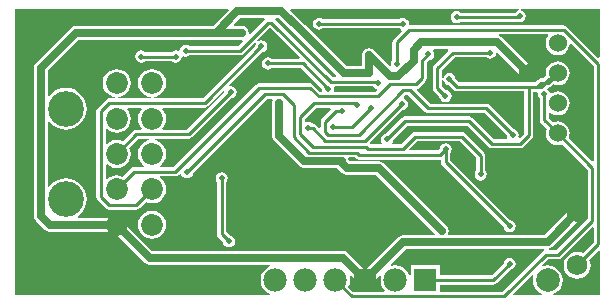
<source format=gbl>
G04 Layer_Physical_Order=2*
G04 Layer_Color=16711680*
%FSLAX25Y25*%
%MOIN*%
G70*
G01*
G75*
%ADD17C,0.06000*%
%ADD21C,0.01000*%
%ADD25C,0.02500*%
%ADD27C,0.07874*%
%ADD28C,0.06890*%
%ADD29R,0.07800X0.07800*%
%ADD30C,0.07800*%
%ADD31C,0.07284*%
%ADD32C,0.11929*%
%ADD33C,0.02000*%
G36*
X347047Y340036D02*
X346961Y339600D01*
X347116Y338820D01*
X347471Y338289D01*
Y331000D01*
X347587Y330415D01*
X347919Y329919D01*
X349805Y328032D01*
X349603Y327544D01*
X349465Y326500D01*
X349603Y325456D01*
X350006Y324483D01*
X350647Y323647D01*
X351483Y323006D01*
X352456Y322603D01*
X353500Y322465D01*
X354544Y322603D01*
X355032Y322805D01*
X363471Y314367D01*
Y298033D01*
X353066Y287629D01*
X350780D01*
X350731Y288127D01*
X351001Y288180D01*
X351745Y288678D01*
X361622Y298555D01*
X362120Y299299D01*
X362294Y300177D01*
X362120Y301055D01*
X361622Y301799D01*
X360878Y302297D01*
X360000Y302471D01*
X359122Y302297D01*
X358378Y301799D01*
X349173Y292594D01*
X317248D01*
X317020Y293022D01*
X317194Y293900D01*
X317020Y294778D01*
X316522Y295522D01*
X295522Y316522D01*
X294778Y317020D01*
X293900Y317194D01*
X284250D01*
X283719Y317725D01*
X283628Y318184D01*
X283945Y318571D01*
X285829D01*
X286181Y318219D01*
X286678Y317887D01*
X287263Y317771D01*
X314300D01*
X314671Y317466D01*
Y316800D01*
X314787Y316215D01*
X315119Y315719D01*
X335491Y295346D01*
X335616Y294720D01*
X336058Y294058D01*
X336720Y293616D01*
X337500Y293461D01*
X338280Y293616D01*
X338942Y294058D01*
X339384Y294720D01*
X339539Y295500D01*
X339384Y296280D01*
X338942Y296942D01*
X338280Y297384D01*
X337654Y297509D01*
X317729Y317434D01*
Y319889D01*
X318084Y320420D01*
X318239Y321200D01*
X318084Y321980D01*
X317642Y322642D01*
X316980Y323084D01*
X316200Y323239D01*
X315420Y323084D01*
X314758Y322642D01*
X314316Y321980D01*
X314192Y321354D01*
X313667Y320829D01*
X304146D01*
X303954Y321291D01*
X306534Y323871D01*
X320866D01*
X326371Y318367D01*
Y314111D01*
X326016Y313580D01*
X325861Y312800D01*
X326016Y312020D01*
X326458Y311358D01*
X327120Y310916D01*
X327900Y310761D01*
X328680Y310916D01*
X329342Y311358D01*
X329784Y312020D01*
X329939Y312800D01*
X329784Y313580D01*
X329429Y314111D01*
Y319000D01*
X329313Y319585D01*
X328981Y320081D01*
X322581Y326481D01*
X322085Y326813D01*
X321500Y326929D01*
X305900D01*
X305315Y326813D01*
X304819Y326481D01*
X301167Y322829D01*
X298419D01*
X298184Y323270D01*
X298484Y323720D01*
X298608Y324346D01*
X303333Y329071D01*
X323366D01*
X330519Y321919D01*
X331015Y321587D01*
X331600Y321471D01*
X341000D01*
X341585Y321587D01*
X342081Y321919D01*
X344881Y324719D01*
X345213Y325215D01*
X345329Y325800D01*
Y340371D01*
X346600D01*
X346694Y340389D01*
X347047Y340036D01*
D02*
G37*
G36*
X217308Y324172D02*
X217099Y324144D01*
X215970Y323676D01*
X215001Y322933D01*
X214257Y321963D01*
X213789Y320834D01*
X213629Y319622D01*
X213789Y318410D01*
X214257Y317281D01*
X215001Y316312D01*
X215779Y315714D01*
X215619Y315240D01*
X212400D01*
X211815Y315124D01*
X211319Y314792D01*
X208523Y311997D01*
X207712Y312333D01*
X206500Y312493D01*
X205288Y312333D01*
X204159Y311865D01*
X203278Y311189D01*
X202829Y311410D01*
Y316022D01*
X203278Y316244D01*
X204159Y315567D01*
X205288Y315100D01*
X206500Y314940D01*
X207712Y315100D01*
X208841Y315567D01*
X209810Y316312D01*
X210555Y317281D01*
X211022Y318410D01*
X211182Y319622D01*
X211022Y320834D01*
X210686Y321645D01*
X213712Y324671D01*
X217275D01*
X217308Y324172D01*
D02*
G37*
G36*
X317014Y354076D02*
X312319Y349381D01*
X311987Y348885D01*
X311871Y348300D01*
Y341600D01*
X311987Y341015D01*
X312319Y340519D01*
X314091Y338746D01*
X314216Y338120D01*
X314658Y337458D01*
X315320Y337016D01*
X316100Y336861D01*
X316880Y337016D01*
X317542Y337458D01*
X317984Y338120D01*
X318139Y338900D01*
X317984Y339680D01*
X317542Y340342D01*
X316880Y340784D01*
X316254Y340909D01*
X314929Y342233D01*
Y344218D01*
X315427Y344267D01*
X315516Y343820D01*
X315958Y343158D01*
X316620Y342716D01*
X317246Y342592D01*
X318919Y340919D01*
X319415Y340587D01*
X320000Y340471D01*
X342271D01*
Y326433D01*
X340826Y324989D01*
X340385Y325224D01*
X340539Y326000D01*
X340384Y326780D01*
X339942Y327442D01*
X339280Y327884D01*
X338654Y328009D01*
X330798Y335865D01*
X330302Y336196D01*
X329717Y336313D01*
X311050D01*
X306502Y340861D01*
X306647Y341340D01*
X306885Y341387D01*
X307381Y341719D01*
X309378Y343715D01*
X309709Y344211D01*
X309826Y344796D01*
Y350115D01*
X310554Y350844D01*
X311180Y350968D01*
X311842Y351410D01*
X312284Y352072D01*
X312439Y352852D01*
X312284Y353632D01*
X311973Y354097D01*
X312209Y354538D01*
X316822D01*
X317014Y354076D01*
D02*
G37*
G36*
X309335Y333702D02*
X309831Y333370D01*
X310417Y333254D01*
X329083D01*
X336491Y325846D01*
X336616Y325220D01*
X336783Y324970D01*
X336547Y324529D01*
X332234D01*
X325081Y331681D01*
X324585Y332013D01*
X324000Y332129D01*
X302700D01*
X302115Y332013D01*
X301619Y331681D01*
X296446Y326508D01*
X295820Y326384D01*
X295158Y325942D01*
X294716Y325280D01*
X294561Y324500D01*
X294716Y323720D01*
X295016Y323270D01*
X294780Y322829D01*
X291266D01*
X290913Y323183D01*
Y323450D01*
X301754Y334292D01*
X302380Y334416D01*
X303042Y334858D01*
X303484Y335520D01*
X303639Y336300D01*
X303484Y337080D01*
X303042Y337742D01*
X302380Y338184D01*
X302289Y338202D01*
X302144Y338681D01*
X302733Y339271D01*
X303766D01*
X309335Y333702D01*
D02*
G37*
G36*
X349015Y287513D02*
X348519Y287181D01*
X335067Y273729D01*
X314300D01*
Y276071D01*
X332100D01*
X332685Y276187D01*
X333181Y276519D01*
X337654Y280992D01*
X338280Y281116D01*
X338942Y281558D01*
X339384Y282220D01*
X339539Y283000D01*
X339384Y283780D01*
X338942Y284442D01*
X338280Y284884D01*
X337500Y285039D01*
X336720Y284884D01*
X336058Y284442D01*
X335616Y283780D01*
X335491Y283154D01*
X331467Y279129D01*
X314300D01*
Y282500D01*
X304500D01*
Y279373D01*
X304010Y279276D01*
X303680Y280071D01*
X302895Y281095D01*
X301871Y281880D01*
X300679Y282374D01*
X299400Y282542D01*
X298121Y282374D01*
X298105Y282367D01*
X297828Y282783D01*
X303050Y288006D01*
X348917D01*
X349015Y287513D01*
D02*
G37*
G36*
X345463Y279106D02*
X345347Y278828D01*
X345178Y277539D01*
X345347Y276251D01*
X345845Y275050D01*
X346636Y274018D01*
X347668Y273227D01*
X348239Y272990D01*
X348141Y272500D01*
X338816D01*
X338625Y272962D01*
X345047Y279384D01*
X345463Y279106D01*
D02*
G37*
G36*
X243831Y367538D02*
X238587Y362294D01*
X192800D01*
X191922Y362120D01*
X191178Y361622D01*
X179578Y350022D01*
X179080Y349278D01*
X178906Y348400D01*
Y299000D01*
X179080Y298122D01*
X179578Y297378D01*
X182578Y294378D01*
X183322Y293881D01*
X184200Y293706D01*
X205550D01*
X215878Y283378D01*
X216622Y282880D01*
X217500Y282706D01*
X257641D01*
X257738Y282215D01*
X256929Y281880D01*
X255905Y281095D01*
X255120Y280071D01*
X254626Y278879D01*
X254458Y277600D01*
X254626Y276321D01*
X255120Y275129D01*
X255905Y274105D01*
X256929Y273320D01*
X257724Y272990D01*
X257627Y272500D01*
X172500D01*
Y368000D01*
X243639D01*
X243831Y367538D01*
D02*
G37*
G36*
X287778Y275978D02*
X288522Y275481D01*
X289400Y275306D01*
X290278Y275481D01*
X291022Y275978D01*
X294217Y279172D01*
X294633Y278895D01*
X294626Y278879D01*
X294458Y277600D01*
X294626Y276321D01*
X295120Y275129D01*
X295850Y274178D01*
X295628Y273729D01*
X285434D01*
X283784Y275379D01*
X284174Y276321D01*
X284342Y277600D01*
X284174Y278879D01*
X284167Y278895D01*
X284583Y279172D01*
X287778Y275978D01*
D02*
G37*
G36*
X365471Y295054D02*
Y290134D01*
X361873Y286536D01*
X361160Y286830D01*
X360000Y286983D01*
X358840Y286830D01*
X357758Y286383D01*
X356830Y285670D01*
X356117Y284742D01*
X355669Y283660D01*
X355517Y282500D01*
X355669Y281340D01*
X356117Y280258D01*
X356830Y279330D01*
X357758Y278617D01*
X358840Y278169D01*
X360000Y278017D01*
X361160Y278169D01*
X362242Y278617D01*
X363170Y279330D01*
X363883Y280258D01*
X364331Y281340D01*
X364483Y282500D01*
X364331Y283660D01*
X364036Y284373D01*
X367038Y287375D01*
X367500Y287184D01*
Y272500D01*
X352174D01*
X352076Y272990D01*
X352647Y273227D01*
X353678Y274018D01*
X354470Y275050D01*
X354967Y276251D01*
X355137Y277539D01*
X354967Y278828D01*
X354470Y280029D01*
X353678Y281061D01*
X352647Y281852D01*
X351446Y282349D01*
X350157Y282519D01*
X348869Y282349D01*
X348591Y282234D01*
X348313Y282650D01*
X350234Y284571D01*
X353700D01*
X354285Y284687D01*
X354781Y285019D01*
X365009Y295246D01*
X365471Y295054D01*
D02*
G37*
G36*
X214907Y334622D02*
X214257Y333774D01*
X213789Y332645D01*
X213629Y331433D01*
X213789Y330221D01*
X214257Y329092D01*
X214958Y328178D01*
X214737Y327729D01*
X213078D01*
X212493Y327613D01*
X211997Y327281D01*
X208523Y323808D01*
X207712Y324144D01*
X206500Y324304D01*
X205288Y324144D01*
X204159Y323676D01*
X203278Y323000D01*
X202829Y323221D01*
Y327834D01*
X203278Y328055D01*
X204159Y327379D01*
X205288Y326911D01*
X206500Y326751D01*
X207712Y326911D01*
X208841Y327379D01*
X209810Y328122D01*
X210555Y329092D01*
X211022Y330221D01*
X211182Y331433D01*
X211022Y332645D01*
X210555Y333774D01*
X209904Y334622D01*
X210125Y335071D01*
X214686D01*
X214907Y334622D01*
D02*
G37*
G36*
X350393Y359022D02*
X350006Y358517D01*
X349603Y357544D01*
X349465Y356500D01*
X349603Y355456D01*
X350006Y354483D01*
X350647Y353647D01*
X351483Y353006D01*
X352456Y352603D01*
X353500Y352466D01*
X354544Y352603D01*
X355517Y353006D01*
X356353Y353647D01*
X356994Y354483D01*
X357397Y355456D01*
X357496Y356207D01*
X357969Y356368D01*
X365471Y348867D01*
Y317346D01*
X365009Y317154D01*
X357195Y324968D01*
X357397Y325456D01*
X357535Y326500D01*
X357397Y327544D01*
X356994Y328517D01*
X356353Y329353D01*
X355517Y329994D01*
X354544Y330397D01*
X353500Y330535D01*
X352456Y330397D01*
X351968Y330195D01*
X350529Y331633D01*
Y333172D01*
X350978Y333393D01*
X351483Y333006D01*
X352456Y332603D01*
X353500Y332466D01*
X354544Y332603D01*
X355517Y333006D01*
X356353Y333647D01*
X356994Y334483D01*
X357397Y335456D01*
X357535Y336500D01*
X357397Y337544D01*
X356994Y338517D01*
X356353Y339353D01*
X355517Y339994D01*
X354544Y340397D01*
X353500Y340534D01*
X352456Y340397D01*
X351483Y339994D01*
X351406Y339935D01*
X350938Y340111D01*
X350884Y340380D01*
X350442Y341042D01*
X350067Y341292D01*
X350213Y341771D01*
X350300D01*
X350885Y341887D01*
X351381Y342219D01*
X351968Y342805D01*
X352456Y342603D01*
X353500Y342465D01*
X354544Y342603D01*
X355517Y343006D01*
X356353Y343647D01*
X356994Y344483D01*
X357397Y345456D01*
X357535Y346500D01*
X357397Y347544D01*
X356994Y348517D01*
X356353Y349353D01*
X355517Y349994D01*
X354544Y350397D01*
X353500Y350535D01*
X352456Y350397D01*
X351483Y349994D01*
X350647Y349353D01*
X350006Y348517D01*
X349603Y347544D01*
X349465Y346500D01*
X349569Y345715D01*
X349519Y345681D01*
X348667Y344829D01*
X348000D01*
X347415Y344713D01*
X346919Y344381D01*
X346066Y343529D01*
X320634D01*
X319408Y344754D01*
X319284Y345380D01*
X318842Y346042D01*
X318180Y346484D01*
X317400Y346639D01*
X316620Y346484D01*
X315958Y346042D01*
X315516Y345380D01*
X315427Y344933D01*
X314929Y344982D01*
Y347667D01*
X319133Y351871D01*
X329689D01*
X330220Y351516D01*
X331000Y351361D01*
X331780Y351516D01*
X332442Y351958D01*
X332884Y352620D01*
X332988Y353144D01*
X333467Y353289D01*
X341878Y344878D01*
X342622Y344380D01*
X343500Y344206D01*
X344378Y344380D01*
X345122Y344878D01*
X345620Y345622D01*
X345794Y346500D01*
X345620Y347378D01*
X345122Y348122D01*
X334790Y358455D01*
X334046Y358952D01*
X333939Y358973D01*
X333988Y359471D01*
X350172D01*
X350393Y359022D01*
D02*
G37*
G36*
X255869Y364481D02*
X251006Y359619D01*
X250565Y359855D01*
X250594Y360000D01*
X250419Y360878D01*
X249922Y361622D01*
X249178Y362120D01*
X248300Y362294D01*
X245729D01*
X245537Y362756D01*
X247737Y364956D01*
X255552D01*
X255869Y364481D01*
D02*
G37*
G36*
X267546Y351791D02*
X267354Y351329D01*
X258311D01*
X257780Y351684D01*
X257000Y351839D01*
X256220Y351684D01*
X255558Y351242D01*
X255116Y350580D01*
X254961Y349800D01*
X255116Y349020D01*
X255558Y348358D01*
X256220Y347916D01*
X257000Y347761D01*
X257780Y347916D01*
X258311Y348271D01*
X267866D01*
X274991Y341146D01*
X275077Y340716D01*
X274849Y340438D01*
X274349Y340413D01*
X272081Y342681D01*
X271585Y343013D01*
X271000Y343129D01*
X253969D01*
X253383Y343013D01*
X252887Y342681D01*
X225446Y315240D01*
X221003D01*
X220843Y315714D01*
X221621Y316312D01*
X222365Y317281D01*
X222833Y318410D01*
X222993Y319622D01*
X222833Y320834D01*
X222365Y321963D01*
X221621Y322933D01*
X220652Y323676D01*
X219523Y324144D01*
X219314Y324172D01*
X219347Y324671D01*
X230500D01*
X231085Y324787D01*
X231581Y325119D01*
X244654Y338192D01*
X245280Y338316D01*
X245942Y338758D01*
X246384Y339420D01*
X246539Y340200D01*
X246384Y340980D01*
X245942Y341642D01*
X245280Y342084D01*
X244500Y342239D01*
X244224Y342184D01*
X243988Y342625D01*
X254854Y353491D01*
X255480Y353616D01*
X256142Y354058D01*
X256584Y354720D01*
X256739Y355500D01*
X256584Y356280D01*
X256142Y356942D01*
X255480Y357384D01*
X254700Y357539D01*
X253920Y357384D01*
X253561Y357144D01*
X253243Y357531D01*
X257275Y361562D01*
X257775D01*
X267546Y351791D01*
D02*
G37*
G36*
X266178Y359278D02*
X279764Y345691D01*
X279573Y345229D01*
X278433D01*
X259181Y364481D01*
X259499Y364956D01*
X260500D01*
X266178Y359278D01*
D02*
G37*
G36*
X367500Y351816D02*
X367038Y351625D01*
X356581Y362081D01*
X356085Y362413D01*
X355500Y362529D01*
X304340D01*
X304022Y362916D01*
X304039Y363000D01*
X303884Y363780D01*
X303442Y364442D01*
X302780Y364884D01*
X302000Y365039D01*
X301220Y364884D01*
X300689Y364529D01*
X275311D01*
X274780Y364884D01*
X274000Y365039D01*
X273220Y364884D01*
X272558Y364442D01*
X272116Y363780D01*
X271961Y363000D01*
X272116Y362220D01*
X272558Y361558D01*
X273220Y361116D01*
X274000Y360961D01*
X274780Y361116D01*
X275311Y361471D01*
X300689D01*
X301220Y361116D01*
X301384Y361083D01*
X301529Y360605D01*
X298819Y357894D01*
X298487Y357398D01*
X298371Y356813D01*
Y351011D01*
X298016Y350480D01*
X297861Y349700D01*
X297970Y349151D01*
X297529Y348915D01*
X292222Y354222D01*
X291478Y354719D01*
X290600Y354894D01*
X289722Y354719D01*
X288978Y354222D01*
X288480Y353478D01*
X288306Y352600D01*
Y348794D01*
X283150D01*
X269422Y362522D01*
X264406Y367538D01*
X264598Y368000D01*
X340666D01*
X340715Y367502D01*
X340120Y367384D01*
X339458Y366942D01*
X339348Y366777D01*
X321159D01*
X320628Y367132D01*
X319848Y367287D01*
X319068Y367132D01*
X318406Y366690D01*
X317964Y366028D01*
X317809Y365248D01*
X317964Y364468D01*
X318406Y363806D01*
X319068Y363364D01*
X319848Y363209D01*
X320628Y363364D01*
X321159Y363719D01*
X339966D01*
X340120Y363616D01*
X340900Y363461D01*
X341680Y363616D01*
X342342Y364058D01*
X342784Y364720D01*
X342939Y365500D01*
X342784Y366280D01*
X342342Y366942D01*
X341680Y367384D01*
X341085Y367502D01*
X341085Y367502D01*
X341085Y367502D01*
X341134Y368000D01*
X367500D01*
Y351816D01*
D02*
G37*
G36*
X277904Y334467D02*
X274919Y331481D01*
X274587Y330985D01*
X274471Y330400D01*
Y328446D01*
X274009Y328254D01*
X272881Y329381D01*
X272385Y329713D01*
X271800Y329829D01*
X271711D01*
X271180Y330184D01*
X270400Y330339D01*
X269620Y330184D01*
X269229Y330393D01*
Y331366D01*
X272792Y334929D01*
X277713D01*
X277904Y334467D01*
D02*
G37*
G36*
X242209Y340640D02*
X242283Y340145D01*
X229867Y327729D01*
X221885D01*
X221664Y328178D01*
X222365Y329092D01*
X222833Y330221D01*
X222993Y331433D01*
X222833Y332645D01*
X222365Y333774D01*
X221715Y334622D01*
X221936Y335071D01*
X235800D01*
X236385Y335187D01*
X236881Y335519D01*
X242075Y340712D01*
X242209Y340640D01*
D02*
G37*
G36*
X292258Y341858D02*
X292920Y341416D01*
X293284Y341344D01*
X293429Y340865D01*
X292894Y340329D01*
X279240D01*
X278923Y340716D01*
X279039Y341300D01*
X278943Y341784D01*
X279260Y342171D01*
X292049D01*
X292258Y341858D01*
D02*
G37*
G36*
X248681Y357294D02*
X246917Y355529D01*
X230811D01*
X230280Y355884D01*
X229500Y356039D01*
X228720Y355884D01*
X228058Y355442D01*
X227616Y354780D01*
X227489Y354144D01*
X227028Y353953D01*
X226980Y353984D01*
X226200Y354139D01*
X225420Y353984D01*
X224889Y353629D01*
X216059D01*
X215528Y353984D01*
X214748Y354139D01*
X213968Y353984D01*
X213306Y353542D01*
X212864Y352880D01*
X212709Y352100D01*
X212864Y351320D01*
X213306Y350658D01*
X213968Y350216D01*
X214748Y350061D01*
X215528Y350216D01*
X216059Y350571D01*
X224889D01*
X225420Y350216D01*
X226200Y350061D01*
X226980Y350216D01*
X227642Y350658D01*
X228084Y351320D01*
X228211Y351956D01*
X228673Y352148D01*
X228720Y352116D01*
X229500Y351961D01*
X230280Y352116D01*
X230811Y352471D01*
X247550D01*
X248135Y352587D01*
X248631Y352919D01*
X252669Y356957D01*
X253056Y356639D01*
X252816Y356280D01*
X252692Y355654D01*
X235167Y338129D01*
X218846D01*
X218813Y338628D01*
X219523Y338722D01*
X220652Y339190D01*
X221621Y339933D01*
X222365Y340903D01*
X222833Y342032D01*
X222993Y343244D01*
X222833Y344456D01*
X222365Y345585D01*
X221621Y346554D01*
X220652Y347299D01*
X219523Y347766D01*
X218311Y347926D01*
X217099Y347766D01*
X215970Y347299D01*
X215001Y346554D01*
X214257Y345585D01*
X213789Y344456D01*
X213629Y343244D01*
X213789Y342032D01*
X214257Y340903D01*
X215001Y339933D01*
X215970Y339190D01*
X217099Y338722D01*
X217809Y338628D01*
X217776Y338129D01*
X207035D01*
X207002Y338628D01*
X207712Y338722D01*
X208841Y339190D01*
X209810Y339933D01*
X210555Y340903D01*
X211022Y342032D01*
X211182Y343244D01*
X211022Y344456D01*
X210555Y345585D01*
X209810Y346554D01*
X208841Y347299D01*
X207712Y347766D01*
X206500Y347926D01*
X205288Y347766D01*
X204159Y347299D01*
X203189Y346554D01*
X202446Y345585D01*
X201978Y344456D01*
X201818Y343244D01*
X201978Y342032D01*
X202446Y340903D01*
X203189Y339933D01*
X204159Y339190D01*
X205288Y338722D01*
X205998Y338628D01*
X205965Y338129D01*
X203900D01*
X203315Y338013D01*
X202819Y337681D01*
X200219Y335081D01*
X199887Y334585D01*
X199771Y334000D01*
Y305300D01*
X199887Y304715D01*
X200219Y304219D01*
X202919Y301519D01*
X203415Y301187D01*
X204000Y301071D01*
X213100D01*
X213685Y301187D01*
X214181Y301519D01*
X216288Y303625D01*
X217099Y303289D01*
X218311Y303129D01*
X219523Y303289D01*
X220652Y303756D01*
X221621Y304501D01*
X222365Y305470D01*
X222833Y306599D01*
X222993Y307811D01*
X222833Y309023D01*
X222365Y310152D01*
X221621Y311122D01*
X220857Y311708D01*
X221018Y312182D01*
X226080D01*
X226665Y312298D01*
X227161Y312630D01*
X227597Y313066D01*
X228076Y312921D01*
X228116Y312720D01*
X228558Y312058D01*
X229220Y311616D01*
X230000Y311461D01*
X230780Y311616D01*
X231442Y312058D01*
X231884Y312720D01*
X232009Y313346D01*
X256633Y337971D01*
X258391D01*
X258625Y337533D01*
X258451Y336655D01*
Y325578D01*
X258625Y324700D01*
X259123Y323956D01*
X267350Y315728D01*
X268095Y315230D01*
X268973Y315056D01*
X279900D01*
X281678Y313278D01*
X282422Y312780D01*
X283300Y312606D01*
X292950D01*
X312500Y293056D01*
X312308Y292594D01*
X302100D01*
X301222Y292420D01*
X300478Y291922D01*
X289400Y280844D01*
X283622Y286622D01*
X282878Y287120D01*
X282000Y287294D01*
X218450D01*
X208122Y297622D01*
X207378Y298119D01*
X206500Y298294D01*
X193646D01*
X193477Y298765D01*
X194441Y299555D01*
X195311Y300616D01*
X195958Y301826D01*
X196356Y303139D01*
X196491Y304504D01*
X196356Y305869D01*
X195958Y307182D01*
X195311Y308392D01*
X194441Y309453D01*
X193380Y310323D01*
X192170Y310969D01*
X190858Y311368D01*
X189492Y311502D01*
X188127Y311368D01*
X186814Y310969D01*
X185604Y310323D01*
X184544Y309453D01*
X183965Y308747D01*
X183494Y308916D01*
Y330328D01*
X183965Y330497D01*
X184544Y329792D01*
X185604Y328921D01*
X186814Y328275D01*
X188127Y327876D01*
X189492Y327742D01*
X190858Y327876D01*
X192170Y328275D01*
X193380Y328921D01*
X194441Y329792D01*
X195311Y330852D01*
X195958Y332062D01*
X196356Y333375D01*
X196491Y334740D01*
X196356Y336105D01*
X195958Y337418D01*
X195311Y338628D01*
X194441Y339689D01*
X193380Y340559D01*
X192170Y341206D01*
X190858Y341604D01*
X189492Y341739D01*
X188127Y341604D01*
X186814Y341206D01*
X185604Y340559D01*
X184544Y339689D01*
X183965Y338983D01*
X183494Y339152D01*
Y347450D01*
X193750Y357706D01*
X248300D01*
X248445Y357735D01*
X248681Y357294D01*
D02*
G37*
%LPC*%
G36*
X218311Y300682D02*
X217099Y300522D01*
X215970Y300055D01*
X215001Y299310D01*
X214257Y298341D01*
X213789Y297212D01*
X213629Y296000D01*
X213789Y294788D01*
X214257Y293659D01*
X215001Y292689D01*
X215970Y291946D01*
X217099Y291478D01*
X218311Y291318D01*
X219523Y291478D01*
X220652Y291946D01*
X221621Y292689D01*
X222365Y293659D01*
X222833Y294788D01*
X222993Y296000D01*
X222833Y297212D01*
X222365Y298341D01*
X221621Y299310D01*
X220652Y300055D01*
X219523Y300522D01*
X218311Y300682D01*
D02*
G37*
G36*
X241500Y313539D02*
X240720Y313384D01*
X240058Y312942D01*
X239616Y312280D01*
X239461Y311500D01*
X239616Y310720D01*
X239971Y310189D01*
Y293000D01*
X240087Y292415D01*
X240419Y291919D01*
X241991Y290346D01*
X242116Y289720D01*
X242558Y289058D01*
X243220Y288616D01*
X244000Y288461D01*
X244780Y288616D01*
X245442Y289058D01*
X245884Y289720D01*
X246039Y290500D01*
X245884Y291280D01*
X245442Y291942D01*
X244780Y292384D01*
X244154Y292509D01*
X243029Y293634D01*
Y310189D01*
X243384Y310720D01*
X243539Y311500D01*
X243384Y312280D01*
X242942Y312942D01*
X242280Y313384D01*
X241500Y313539D01*
D02*
G37*
%LPD*%
D17*
X343500Y346500D02*
D03*
X353500Y326500D02*
D03*
Y336500D02*
D03*
Y346500D02*
D03*
Y356500D02*
D03*
D21*
X241500Y293000D02*
X244000Y290500D01*
X241500Y293000D02*
Y311500D01*
X340648Y365248D02*
X340900Y365500D01*
X319848Y365248D02*
X340648D01*
X318500Y353400D02*
X331000D01*
X313400Y348300D02*
X318500Y353400D01*
X313400Y341600D02*
Y348300D01*
Y341600D02*
X316100Y338900D01*
X350600Y344600D02*
X353500D01*
X350300Y343300D02*
X353500Y346500D01*
X348000Y343300D02*
X350300D01*
X348000Y342000D02*
X350600Y344600D01*
X320000Y342000D02*
X348000D01*
X346600Y341900D02*
X348000Y343300D01*
X343800Y341900D02*
X346600D01*
X329717Y334783D02*
X338500Y326000D01*
X343800Y325800D02*
Y341900D01*
X341000Y323000D02*
X343800Y325800D01*
X331600Y323000D02*
X341000D01*
X284900Y328600D02*
X291200Y334900D01*
X278500Y328600D02*
X284900D01*
X296600Y324500D02*
X302700Y330600D01*
X324000D01*
X331600Y323000D01*
X230000Y313500D02*
X256000Y339500D01*
X262100D01*
X265600Y336000D01*
Y325200D02*
Y336000D01*
Y325200D02*
X270700Y320100D01*
X286463D01*
X287263Y319300D01*
X314300D01*
X316200Y321200D01*
X360000Y282500D02*
X367000Y289500D01*
Y349500D01*
X355500Y361000D02*
X367000Y349500D01*
X304087Y361000D02*
X355500D01*
X299900Y356813D02*
X304087Y361000D01*
X299900Y349700D02*
Y356813D01*
X270400Y328300D02*
X271800D01*
X276000Y324100D01*
X289400D01*
X301600Y336300D01*
X206500Y319622D02*
X213078Y326200D01*
X230500D01*
X244500Y340200D01*
X268500Y349800D02*
X277000Y341300D01*
X257000Y349800D02*
X268500D01*
X279500Y333900D02*
X281700D01*
X276000Y330400D02*
X279500Y333900D01*
X276000Y327100D02*
Y330400D01*
Y327100D02*
X277000Y326100D01*
X287400D01*
X302100Y340800D01*
X304400D01*
X310417Y334783D01*
X329717D01*
X353500Y344600D02*
Y346500D01*
X317400Y344600D02*
X320000Y342000D01*
X308296Y350748D02*
X310400Y352852D01*
X308296Y344796D02*
Y350748D01*
X306300Y342800D02*
X308296Y344796D01*
X297527Y342800D02*
X306300D01*
X293527Y338800D02*
X297527Y342800D01*
X273800Y338800D02*
X293527D01*
X271000Y341600D02*
X273800Y338800D01*
X253969Y341600D02*
X271000D01*
X226080Y313711D02*
X253969Y341600D01*
X212400Y313711D02*
X226080D01*
X206500Y307811D02*
X212400Y313711D01*
X353500Y326500D02*
X365000Y315000D01*
Y297400D02*
Y315000D01*
X353700Y286100D02*
X365000Y297400D01*
X279400Y277600D02*
X284800Y272200D01*
X286342Y336458D02*
X286700Y336100D01*
X272158Y336458D02*
X286342D01*
X267700Y332000D02*
X272158Y336458D01*
X267700Y326400D02*
Y332000D01*
Y326400D02*
X272000Y322100D01*
X289600D01*
X290400Y321300D01*
X301800D01*
X305900Y325400D01*
X321500D01*
X327900Y319000D01*
Y312800D02*
Y319000D01*
X213100Y302600D02*
X218311Y307811D01*
X204000Y302600D02*
X213100D01*
X201300Y305300D02*
X204000Y302600D01*
X201300Y305300D02*
Y334000D01*
X203900Y336600D01*
X235800D01*
X254700Y355500D01*
X229500Y354000D02*
X247550D01*
X256950Y363400D01*
X258100D01*
X277800Y343700D01*
X293300D01*
X293700Y343300D01*
X214748Y352100D02*
X226200D01*
X349000Y331000D02*
Y339600D01*
Y331000D02*
X353500Y326500D01*
X274000Y363000D02*
X302000D01*
X316200Y316800D02*
Y321200D01*
Y316800D02*
X337500Y295500D01*
X284800Y272200D02*
X335700D01*
X349600Y286100D01*
X353700D01*
X309400Y277600D02*
X332100D01*
X337500Y283000D01*
D25*
X293900Y314900D02*
X314900Y293900D01*
X283300Y314900D02*
X293900D01*
X281500Y316700D02*
X283300Y314900D01*
X281500Y316700D02*
Y317350D01*
X268973D02*
X281500D01*
X192800Y360000D02*
X239537D01*
X350123Y290300D02*
X360000Y300177D01*
X302100Y290300D02*
X350123D01*
X289400Y277600D02*
X302100Y290300D01*
X282000Y285000D02*
X289400Y277600D01*
X217500Y285000D02*
X282000D01*
X206500Y296000D02*
X217500Y285000D01*
X181200Y348400D02*
X192800Y360000D01*
X181200Y299000D02*
Y348400D01*
Y299000D02*
X184200Y296000D01*
X206500D01*
X282200Y346500D02*
X290600D01*
Y352600D01*
X239537Y360000D02*
X248300D01*
X239537D02*
X246787Y367250D01*
X261450D01*
X267800Y360900D01*
X260745Y325578D02*
X268973Y317350D01*
X260745Y325578D02*
Y336655D01*
X333168Y356832D02*
X343500Y346500D01*
X308000Y356832D02*
X333168D01*
X305546Y354379D02*
X308000Y356832D01*
X305546Y350697D02*
Y354379D01*
X300399Y345550D02*
X305546Y350697D01*
X297650Y345550D02*
X300399D01*
X290600Y352600D02*
X297650Y345550D01*
X267800Y360900D02*
X282200Y346500D01*
D27*
X350157Y305138D02*
D03*
Y277539D02*
D03*
D28*
X360000Y300177D02*
D03*
Y282500D02*
D03*
D29*
X309400Y277600D02*
D03*
D30*
X299400D02*
D03*
X289400D02*
D03*
X279400D02*
D03*
X269400D02*
D03*
X259400D02*
D03*
D31*
X206500Y296000D02*
D03*
Y307811D02*
D03*
Y319622D02*
D03*
Y331433D02*
D03*
Y343244D02*
D03*
X218311Y296000D02*
D03*
Y307811D02*
D03*
Y319622D02*
D03*
Y331433D02*
D03*
Y343244D02*
D03*
D32*
X189492Y304504D02*
D03*
Y334740D02*
D03*
D33*
X244000Y290500D02*
D03*
X241500Y311500D02*
D03*
X293000Y288000D02*
D03*
Y291000D02*
D03*
Y294000D02*
D03*
Y297000D02*
D03*
Y300000D02*
D03*
Y303000D02*
D03*
Y306000D02*
D03*
X290000Y289500D02*
D03*
Y292500D02*
D03*
Y295500D02*
D03*
Y298500D02*
D03*
Y301500D02*
D03*
Y304500D02*
D03*
Y307500D02*
D03*
X256500Y292500D02*
D03*
X259500D02*
D03*
X262500D02*
D03*
X265500D02*
D03*
X268500D02*
D03*
X257500Y289500D02*
D03*
X261000D02*
D03*
X264500D02*
D03*
X267500D02*
D03*
X270500D02*
D03*
X340900Y365500D02*
D03*
X319848Y365248D02*
D03*
X331000Y353400D02*
D03*
X316100Y338900D02*
D03*
X314900Y293900D02*
D03*
X239537Y360000D02*
D03*
X291200Y334900D02*
D03*
X278500Y328600D02*
D03*
X282200Y346500D02*
D03*
X290600Y352600D02*
D03*
X248300Y360000D02*
D03*
X296600Y324500D02*
D03*
X230000Y313500D02*
D03*
X316200Y321200D02*
D03*
X299900Y349700D02*
D03*
X270400Y328300D02*
D03*
X301600Y336300D02*
D03*
X281500Y317350D02*
D03*
X260745Y336655D02*
D03*
X244500Y340200D02*
D03*
X277000Y341300D02*
D03*
X257000Y349800D02*
D03*
X281700Y333900D02*
D03*
X338500Y326000D02*
D03*
X317400Y344600D02*
D03*
X310400Y352852D02*
D03*
X286700Y336100D02*
D03*
X327900Y312800D02*
D03*
X254700Y355500D02*
D03*
X267800Y360900D02*
D03*
X229500Y354000D02*
D03*
X293700Y343300D02*
D03*
X214748Y352100D02*
D03*
X226200D02*
D03*
X349000Y339600D02*
D03*
X302000Y363000D02*
D03*
X274000D02*
D03*
X337500Y295500D02*
D03*
Y283000D02*
D03*
M02*

</source>
